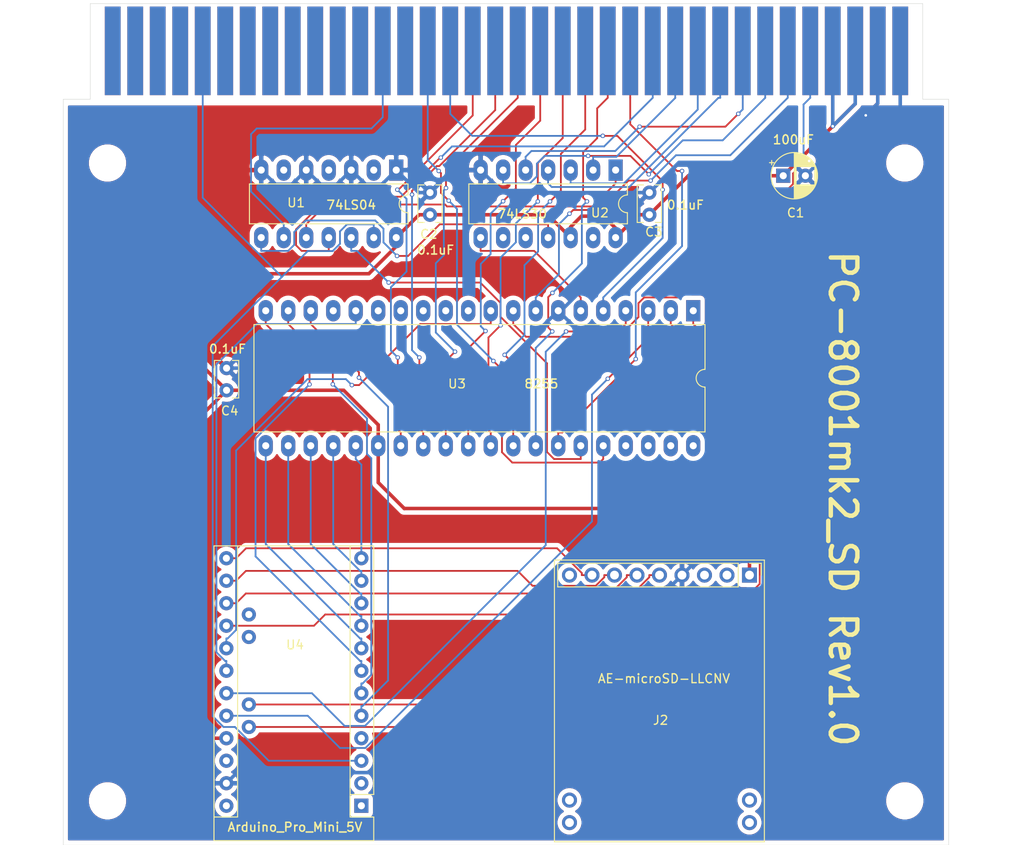
<source format=kicad_pcb>
(kicad_pcb (version 20171130) (host pcbnew "(5.1.9)-1")
  (layers (0 F.Cu signal) (31 B.Cu signal) (34 B.Paste user) (35 F.Paste user) (36 B.SilkS user hide) (37 F.SilkS user) (38 B.Mask user) (39 F.Mask user) (44 Edge.Cuts user))
  (net 0 "")
  (net 1 +5V)
  (net 2 GND)
  (net 3 "Net-(J2-Pad5)")
  (net 4 "Net-(J2-Pad6)")
  (net 5 "Net-(J2-Pad7)")
  (net 6 "Net-(J2-Pad8)")
  (net 7 "Net-(U1-Pad12)")
  (net 8 /D0)
  (net 9 /D1)
  (net 10 /D2)
  (net 11 /D3)
  (net 12 /D4)
  (net 13 /D5)
  (net 14 /D6)
  (net 15 /D7)
  (net 16 /A0)
  (net 17 /A1)
  (net 18 /A2)
  (net 19 /A3)
  (net 20 /A4)
  (net 21 /A5)
  (net 22 /A6)
  (net 23 /A7)
  (net 24 /~RD)
  (net 25 /~RESET)
  (net 26 /~WR)
  (net 27 /~IOREQ)
  (net 28 "Net-(U1-Pad8)")
  (net 29 "Net-(U2-Pad8)")
  (net 30 "Net-(U1-Pad10)")
  (net 31 "Net-(U3-Pad1)")
  (net 32 "Net-(U3-Pad21)")
  (net 33 "Net-(U3-Pad2)")
  (net 34 "Net-(U3-Pad22)")
  (net 35 "Net-(U3-Pad3)")
  (net 36 "Net-(U3-Pad23)")
  (net 37 "Net-(U3-Pad4)")
  (net 38 "Net-(U3-Pad24)")
  (net 39 "Net-(U3-Pad25)")
  (net 40 "Net-(U3-Pad10)")
  (net 41 "Net-(U3-Pad16)")
  (net 42 "Net-(U3-Pad18)")
  (net 43 "Net-(U3-Pad19)")
  (net 44 "Net-(U3-Pad20)")
  (module Capacitor_THT:C_Rect_L4.0mm_W2.5mm_P2.50mm (layer F.Cu) (at 106.07 103.595 90)
    (fp_text reference C4 (at -2.323 0.356 unlocked) (layer F.SilkS))
    (fp_text value 0.1uF (at 4.662 0.102 unlocked) (layer F.SilkS))
    (pad 1 thru_hole circle (at 0 0 90) (size 1.6 1.6) (drill 0.8) (layers *.Cu *.Mask) (net 1 +5V))
    (pad 2 thru_hole circle (at 2.5 0 90) (size 1.6 1.6) (drill 0.8) (layers *.Cu *.Mask) (net 2 GND))
  )
  (module Package_DIP:DIP-40_W15.24mm_LongPads (layer F.Cu) (at 158.75 94.615 270)
    (fp_text reference U3 (at 8.255 26.67 unlocked) (layer F.SilkS))
    (fp_text value 8255 (at 8.255 17.145 unlocked) (layer F.SilkS))
    (pad 1 thru_hole rect (at 0 0 270) (size 2.4 1.6) (drill 0.8) (layers *.Cu *.Mask) (net 31 "Net-(U3-Pad1)"))
    (pad 21 thru_hole oval (at 15.24 48.26 270) (size 2.4 1.6) (drill 0.8) (layers *.Cu *.Mask) (net 32 "Net-(U3-Pad21)"))
    (pad 2 thru_hole oval (at 0 2.54 270) (size 2.4 1.6) (drill 0.8) (layers *.Cu *.Mask) (net 33 "Net-(U3-Pad2)"))
    (pad 22 thru_hole oval (at 15.24 45.72 270) (size 2.4 1.6) (drill 0.8) (layers *.Cu *.Mask) (net 34 "Net-(U3-Pad22)"))
    (pad 3 thru_hole oval (at 0 5.08 270) (size 2.4 1.6) (drill 0.8) (layers *.Cu *.Mask) (net 35 "Net-(U3-Pad3)"))
    (pad 23 thru_hole oval (at 15.24 43.18 270) (size 2.4 1.6) (drill 0.8) (layers *.Cu *.Mask) (net 36 "Net-(U3-Pad23)"))
    (pad 4 thru_hole oval (at 0 7.62 270) (size 2.4 1.6) (drill 0.8) (layers *.Cu *.Mask) (net 37 "Net-(U3-Pad4)"))
    (pad 24 thru_hole oval (at 15.24 40.64 270) (size 2.4 1.6) (drill 0.8) (layers *.Cu *.Mask) (net 38 "Net-(U3-Pad24)"))
    (pad 5 thru_hole oval (at 0 10.16 270) (size 2.4 1.6) (drill 0.8) (layers *.Cu *.Mask) (net 24 /~RD))
    (pad 25 thru_hole oval (at 15.24 38.1 270) (size 2.4 1.6) (drill 0.8) (layers *.Cu *.Mask) (net 39 "Net-(U3-Pad25)"))
    (pad 6 thru_hole oval (at 0 12.7 270) (size 2.4 1.6) (drill 0.8) (layers *.Cu *.Mask) (net 29 "Net-(U2-Pad8)"))
    (pad 26 thru_hole oval (at 15.24 35.56 270) (size 2.4 1.6) (drill 0.8) (layers *.Cu *.Mask) (net 1 +5V))
    (pad 7 thru_hole oval (at 0 15.24 270) (size 2.4 1.6) (drill 0.8) (layers *.Cu *.Mask) (net 2 GND))
    (pad 27 thru_hole oval (at 15.24 33.02 270) (size 2.4 1.6) (drill 0.8) (layers *.Cu *.Mask) (net 15 /D7))
    (pad 8 thru_hole oval (at 0 17.78 270) (size 2.4 1.6) (drill 0.8) (layers *.Cu *.Mask) (net 17 /A1))
    (pad 28 thru_hole oval (at 15.24 30.48 270) (size 2.4 1.6) (drill 0.8) (layers *.Cu *.Mask) (net 14 /D6))
    (pad 9 thru_hole oval (at 0 20.32 270) (size 2.4 1.6) (drill 0.8) (layers *.Cu *.Mask) (net 16 /A0))
    (pad 29 thru_hole oval (at 15.24 27.94 270) (size 2.4 1.6) (drill 0.8) (layers *.Cu *.Mask) (net 13 /D5))
    (pad 10 thru_hole oval (at 0 22.86 270) (size 2.4 1.6) (drill 0.8) (layers *.Cu *.Mask) (net 40 "Net-(U3-Pad10)"))
    (pad 30 thru_hole oval (at 15.24 25.4 270) (size 2.4 1.6) (drill 0.8) (layers *.Cu *.Mask) (net 12 /D4))
    (pad 11 thru_hole oval (at 0 25.4 270) (size 2.4 1.6) (drill 0.8) (layers *.Cu *.Mask))
    (pad 31 thru_hole oval (at 15.24 22.86 270) (size 2.4 1.6) (drill 0.8) (layers *.Cu *.Mask) (net 11 /D3))
    (pad 12 thru_hole oval (at 0 27.94 270) (size 2.4 1.6) (drill 0.8) (layers *.Cu *.Mask))
    (pad 32 thru_hole oval (at 15.24 20.32 270) (size 2.4 1.6) (drill 0.8) (layers *.Cu *.Mask) (net 10 /D2))
    (pad 13 thru_hole oval (at 0 30.48 270) (size 2.4 1.6) (drill 0.8) (layers *.Cu *.Mask))
    (pad 33 thru_hole oval (at 15.24 17.78 270) (size 2.4 1.6) (drill 0.8) (layers *.Cu *.Mask) (net 9 /D1))
    (pad 14 thru_hole oval (at 0 33.02 270) (size 2.4 1.6) (drill 0.8) (layers *.Cu *.Mask))
    (pad 34 thru_hole oval (at 15.24 15.24 270) (size 2.4 1.6) (drill 0.8) (layers *.Cu *.Mask) (net 8 /D0))
    (pad 15 thru_hole oval (at 0 35.56 270) (size 2.4 1.6) (drill 0.8) (layers *.Cu *.Mask))
    (pad 35 thru_hole oval (at 15.24 12.7 270) (size 2.4 1.6) (drill 0.8) (layers *.Cu *.Mask) (net 7 "Net-(U1-Pad12)"))
    (pad 16 thru_hole oval (at 0 38.1 270) (size 2.4 1.6) (drill 0.8) (layers *.Cu *.Mask) (net 41 "Net-(U3-Pad16)"))
    (pad 36 thru_hole oval (at 15.24 10.16 270) (size 2.4 1.6) (drill 0.8) (layers *.Cu *.Mask) (net 26 /~WR))
    (pad 17 thru_hole oval (at 0 40.64 270) (size 2.4 1.6) (drill 0.8) (layers *.Cu *.Mask))
    (pad 37 thru_hole oval (at 15.24 7.62 270) (size 2.4 1.6) (drill 0.8) (layers *.Cu *.Mask))
    (pad 18 thru_hole oval (at 0 43.18 270) (size 2.4 1.6) (drill 0.8) (layers *.Cu *.Mask) (net 42 "Net-(U3-Pad18)"))
    (pad 38 thru_hole oval (at 15.24 5.08 270) (size 2.4 1.6) (drill 0.8) (layers *.Cu *.Mask))
    (pad 19 thru_hole oval (at 0 45.72 270) (size 2.4 1.6) (drill 0.8) (layers *.Cu *.Mask) (net 43 "Net-(U3-Pad19)"))
    (pad 39 thru_hole oval (at 15.24 2.54 270) (size 2.4 1.6) (drill 0.8) (layers *.Cu *.Mask))
    (pad 20 thru_hole oval (at 0 48.26 270) (size 2.4 1.6) (drill 0.8) (layers *.Cu *.Mask) (net 44 "Net-(U3-Pad20)"))
    (pad 40 thru_hole oval (at 15.24 0 270) (size 2.4 1.6) (drill 0.8) (layers *.Cu *.Mask))
  )
  (module MountingHole:MountingHole_3.2mm_M3 (layer F.Cu) (at 92.63 77.94)
    (fp_text reference MH4 hide)
    (fp_text value MountingHole_3.2mm_M3 hide)
    (pad 1 np_thru_hole circle (at 0 0) (size 3.2 3.2) (drill 3.2) (layers *.Cu *.Mask))
  )
  (module MountingHole:MountingHole_3.2mm_M3 (layer F.Cu) (at 182.63 77.94)
    (fp_text reference MH3 hide)
    (fp_text value MountingHole_3.2mm_M3 hide)
    (pad 1 np_thru_hole circle (at 0 0) (size 3.2 3.2) (drill 3.2) (layers *.Cu *.Mask))
  )
  (module MountingHole:MountingHole_3.2mm_M3 (layer F.Cu) (at 182.63 149.94)
    (fp_text reference MH2 hide)
    (fp_text value MountingHole_3.2mm_M3 hide)
    (pad 1 np_thru_hole circle (at 0 0) (size 3.2 3.2) (drill 3.2) (layers *.Cu *.Mask))
  )
  (module MountingHole:MountingHole_3.2mm_M3 (layer F.Cu) (at 92.63 149.94)
    (fp_text reference MH1 hide)
    (fp_text value MountingHole_3.2mm_M3 hide)
    (pad 1 np_thru_hole circle (at 0 0) (size 3.2 3.2) (drill 3.2) (layers *.Cu *.Mask))
  )
  (module Capacitor_THT:CP_Radial_D5.0mm_P2.50mm (layer F.Cu) (at 168.91 79.375)
    (fp_text reference C1 (at 1.397 4.191) (layer F.SilkS))
    (fp_text value 100uF (at 1.143 -4.064) (layer F.SilkS))
    (pad 1 thru_hole rect (at 0 0) (size 1.6 1.6) (drill 0.8) (layers *.Cu *.Mask) (net 1 +5V))
    (pad 2 thru_hole circle (at 2.5 0) (size 1.6 1.6) (drill 0.8) (layers *.Cu *.Mask) (net 2 GND))
  )
  (module Capacitor_THT:C_Rect_L4.0mm_W2.5mm_P2.50mm (layer F.Cu) (at 129.032 81.28 270)
    (fp_text reference C2 (at 4.699 0.127 unlocked) (layer F.SilkS))
    (fp_text value 0.1uF (at 6.477 -0.635) (layer F.SilkS))
    (pad 1 thru_hole circle (at 0 0 270) (size 1.6 1.6) (drill 0.8) (layers *.Cu *.Mask) (net 2 GND))
    (pad 2 thru_hole circle (at 2.5 0 270) (size 1.6 1.6) (drill 0.8) (layers *.Cu *.Mask) (net 1 +5V))
  )
  (module Capacitor_THT:C_Rect_L4.0mm_W2.5mm_P2.50mm (layer F.Cu) (at 153.797 81.28 270)
    (fp_text reference C3 (at 4.445 -0.508 unlocked) (layer F.SilkS))
    (fp_text value 0.1uF (at 1.397 -4.064) (layer F.SilkS))
    (pad 2 thru_hole circle (at 2.5 0 270) (size 1.6 1.6) (drill 0.8) (layers *.Cu *.Mask) (net 1 +5V))
    (pad 1 thru_hole circle (at 0 0 270) (size 1.6 1.6) (drill 0.8) (layers *.Cu *.Mask) (net 2 GND))
  )
  (module Package_DIP:DIP-14_W7.62mm_LongPads (layer F.Cu) (at 149.987 78.74 270)
    (fp_text reference U2 (at 4.826 1.778 unlocked) (layer F.SilkS))
    (fp_text value 74LS30 (at 4.953 10.541) (layer F.SilkS))
    (pad 1 thru_hole rect (at 0 0 270) (size 2.4 1.6) (drill 0.8) (layers *.Cu *.Mask) (net 30 "Net-(U1-Pad10)"))
    (pad 8 thru_hole oval (at 7.62 15.24 270) (size 2.4 1.6) (drill 0.8) (layers *.Cu *.Mask) (net 29 "Net-(U2-Pad8)"))
    (pad 2 thru_hole oval (at 0 2.54 270) (size 2.4 1.6) (drill 0.8) (layers *.Cu *.Mask) (net 22 /A6))
    (pad 9 thru_hole oval (at 7.62 12.7 270) (size 2.4 1.6) (drill 0.8) (layers *.Cu *.Mask))
    (pad 3 thru_hole oval (at 0 5.08 270) (size 2.4 1.6) (drill 0.8) (layers *.Cu *.Mask) (net 21 /A5))
    (pad 10 thru_hole oval (at 7.62 10.16 270) (size 2.4 1.6) (drill 0.8) (layers *.Cu *.Mask))
    (pad 4 thru_hole oval (at 0 7.62 270) (size 2.4 1.6) (drill 0.8) (layers *.Cu *.Mask) (net 20 /A4))
    (pad 11 thru_hole oval (at 7.62 7.62 270) (size 2.4 1.6) (drill 0.8) (layers *.Cu *.Mask) (net 28 "Net-(U1-Pad8)"))
    (pad 5 thru_hole oval (at 0 10.16 270) (size 2.4 1.6) (drill 0.8) (layers *.Cu *.Mask) (net 19 /A3))
    (pad 12 thru_hole oval (at 7.62 5.08 270) (size 2.4 1.6) (drill 0.8) (layers *.Cu *.Mask) (net 1 +5V))
    (pad 6 thru_hole oval (at 0 12.7 270) (size 2.4 1.6) (drill 0.8) (layers *.Cu *.Mask) (net 18 /A2))
    (pad 13 thru_hole oval (at 7.62 2.54 270) (size 2.4 1.6) (drill 0.8) (layers *.Cu *.Mask))
    (pad 7 thru_hole oval (at 0 15.24 270) (size 2.4 1.6) (drill 0.8) (layers *.Cu *.Mask) (net 2 GND))
    (pad 14 thru_hole oval (at 7.62 0 270) (size 2.4 1.6) (drill 0.8) (layers *.Cu *.Mask) (net 1 +5V))
  )
  (module pc8001mk2:BUS_PC8001MK2 (layer B.Cu) (at 93.218 66.548 180)
    (fp_text reference J1 (at -24.13 8.255) (layer B.SilkS) (effects (justify mirror)))
    (fp_text value Conn_02x36_Row_Letter_First)
    (pad a1 connect rect (at -88.9 1.27 180) (size 1.78 10) (layers B.Cu B.Mask) (net 2 GND))
    (pad a2 connect rect (at -86.36 1.27 180) (size 1.78 10) (layers B.Cu B.Mask) (net 2 GND))
    (pad a3 connect rect (at -83.82 1.27 180) (size 1.78 10) (layers B.Cu B.Mask) (net 1 +5V))
    (pad a4 connect rect (at -81.28 1.27 180) (size 1.78 10) (layers B.Cu B.Mask) (net 1 +5V))
    (pad a5 connect rect (at -78.74 1.27 180) (size 1.78 10) (layers B.Cu B.Mask) (net 16 /A0))
    (pad a6 connect rect (at -76.2 1.27 180) (size 1.78 10) (layers B.Cu B.Mask) (net 17 /A1))
    (pad a7 connect rect (at -73.66 1.27 180) (size 1.78 10) (layers B.Cu B.Mask) (net 18 /A2))
    (pad a8 connect rect (at -71.12 1.27 180) (size 1.78 10) (layers B.Cu B.Mask) (net 19 /A3))
    (pad a9 connect rect (at -68.58 1.27 180) (size 1.78 10) (layers B.Cu B.Mask) (net 20 /A4))
    (pad a10 connect rect (at -66.04 1.27 180) (size 1.78 10) (layers B.Cu B.Mask) (net 21 /A5))
    (pad a11 connect rect (at -63.5 1.27 180) (size 1.78 10) (layers B.Cu B.Mask) (net 22 /A6))
    (pad a12 connect rect (at -60.96 1.27 180) (size 1.78 10) (layers B.Cu B.Mask) (net 23 /A7))
    (pad a13 connect rect (at -58.42 1.27 180) (size 1.78 10) (layers B.Cu B.Mask))
    (pad a14 connect rect (at -55.88 1.27 180) (size 1.78 10) (layers B.Cu B.Mask))
    (pad a15 connect rect (at -53.34 1.27 180) (size 1.78 10) (layers B.Cu B.Mask))
    (pad a16 connect rect (at -50.8 1.27 180) (size 1.78 10) (layers B.Cu B.Mask))
    (pad a17 connect rect (at -48.26 1.27 180) (size 1.78 10) (layers B.Cu B.Mask))
    (pad a18 connect rect (at -45.72 1.27 180) (size 1.78 10) (layers B.Cu B.Mask))
    (pad a19 connect rect (at -43.18 1.27 180) (size 1.78 10) (layers B.Cu B.Mask))
    (pad a20 connect rect (at -40.64 1.27 180) (size 1.78 10) (layers B.Cu B.Mask))
    (pad a21 connect rect (at -38.1 1.27 180) (size 1.78 10) (layers B.Cu B.Mask) (net 24 /~RD))
    (pad a22 connect rect (at -35.56 1.27 180) (size 1.78 10) (layers B.Cu B.Mask) (net 26 /~WR))
    (pad b1 connect rect (at -88.9 1.27 180) (size 1.78 10) (layers F.Cu F.Mask) (net 2 GND))
    (pad b2 connect rect (at -86.36 1.27 180) (size 1.78 10) (layers F.Cu F.Mask) (net 2 GND))
    (pad b3 connect rect (at -83.82 1.27 180) (size 1.78 10) (layers F.Cu F.Mask) (net 1 +5V))
    (pad b4 connect rect (at -81.28 1.27 180) (size 1.78 10) (layers F.Cu F.Mask) (net 1 +5V))
    (pad b5 connect rect (at -78.74 1.27 180) (size 1.78 10) (layers F.Cu F.Mask))
    (pad b6 connect rect (at -76.2 1.27 180) (size 1.78 10) (layers F.Cu F.Mask))
    (pad b7 connect rect (at -73.66 1.27 180) (size 1.78 10) (layers F.Cu F.Mask))
    (pad b8 connect rect (at -71.12 1.27 180) (size 1.78 10) (layers F.Cu F.Mask))
    (pad b9 connect rect (at -68.58 1.27 180) (size 1.78 10) (layers F.Cu F.Mask))
    (pad b10 connect rect (at -66.04 1.27 180) (size 1.78 10) (layers F.Cu F.Mask))
    (pad b11 connect rect (at -63.5 1.27 180) (size 1.78 10) (layers F.Cu F.Mask))
    (pad b12 connect rect (at -60.96 1.27 180) (size 1.78 10) (layers F.Cu F.Mask))
    (pad b13 connect rect (at -58.42 1.27 180) (size 1.78 10) (layers F.Cu F.Mask) (net 8 /D0))
    (pad b14 connect rect (at -55.88 1.27 180) (size 1.78 10) (layers F.Cu F.Mask) (net 9 /D1))
    (pad b15 connect rect (at -53.34 1.27 180) (size 1.78 10) (layers F.Cu F.Mask) (net 10 /D2))
    (pad b16 connect rect (at -50.8 1.27 180) (size 1.78 10) (layers F.Cu F.Mask) (net 11 /D3))
    (pad b17 connect rect (at -48.26 1.27 180) (size 1.78 10) (layers F.Cu F.Mask) (net 12 /D4))
    (pad b18 connect rect (at -45.72 1.27 180) (size 1.78 10) (layers F.Cu F.Mask) (net 13 /D5))
    (pad b19 connect rect (at -43.18 1.27 180) (size 1.78 10) (layers F.Cu F.Mask) (net 14 /D6))
    (pad b20 connect rect (at -40.64 1.27 180) (size 1.78 10) (layers F.Cu F.Mask) (net 15 /D7))
    (pad b21 connect rect (at -38.1 1.27 180) (size 1.78 10) (layers F.Cu F.Mask))
    (pad b22 connect rect (at -35.56 1.27 180) (size 1.78 10) (layers F.Cu F.Mask))
    (pad b23 connect rect (at -33.02 1.27 180) (size 1.78 10) (layers F.Cu F.Mask))
    (pad b24 connect rect (at -30.48 1.27 180) (size 1.78 10) (layers F.Cu F.Mask))
    (pad b25 connect rect (at -27.94 1.27 180) (size 1.78 10) (layers F.Cu F.Mask))
    (pad b26 connect rect (at -25.4 1.27 180) (size 1.78 10) (layers F.Cu F.Mask))
    (pad b27 connect rect (at -22.86 1.27 180) (size 1.78 10) (layers F.Cu F.Mask))
    (pad b28 connect rect (at -20.32 1.27 180) (size 1.78 10) (layers F.Cu F.Mask))
    (pad b29 connect rect (at -17.78 1.27 180) (size 1.78 10) (layers F.Cu F.Mask))
    (pad b30 connect rect (at -15.24 1.27 180) (size 1.78 10) (layers F.Cu F.Mask))
    (pad b31 connect rect (at -12.7 1.27 180) (size 1.78 10) (layers F.Cu F.Mask))
    (pad b32 connect rect (at -10.16 1.27 180) (size 1.78 10) (layers F.Cu F.Mask))
    (pad b33 connect rect (at -7.62 1.27 180) (size 1.78 10) (layers F.Cu F.Mask))
    (pad b34 connect rect (at -5.08 1.27 180) (size 1.78 10) (layers F.Cu F.Mask))
    (pad b35 connect rect (at -2.54 1.27 180) (size 1.78 10) (layers F.Cu F.Mask))
    (pad b36 connect rect (at 0 1.27 180) (size 1.78 10) (layers F.Cu F.Mask))
    (pad a23 connect rect (at -33.02 1.27 180) (size 1.78 10) (layers B.Cu B.Mask))
    (pad a24 connect rect (at -30.48 1.27 180) (size 1.78 10) (layers B.Cu B.Mask) (net 27 /~IOREQ))
    (pad a25 connect rect (at -27.94 1.27 180) (size 1.78 10) (layers B.Cu B.Mask))
    (pad a26 connect rect (at -25.4 1.27 180) (size 1.78 10) (layers B.Cu B.Mask))
    (pad a27 connect rect (at -22.86 1.27 180) (size 1.78 10) (layers B.Cu B.Mask))
    (pad a28 connect rect (at -20.32 1.27 180) (size 1.78 10) (layers B.Cu B.Mask))
    (pad a29 connect rect (at -17.78 1.27 180) (size 1.78 10) (layers B.Cu B.Mask))
    (pad a30 connect rect (at -15.24 1.27 180) (size 1.78 10) (layers B.Cu B.Mask))
    (pad a31 connect rect (at -12.7 1.27 180) (size 1.78 10) (layers B.Cu B.Mask))
    (pad a32 connect rect (at -10.16 1.27 180) (size 1.78 10) (layers B.Cu B.Mask) (net 25 /~RESET))
    (pad a33 connect rect (at -7.62 1.27 180) (size 1.78 10) (layers B.Cu B.Mask))
    (pad a34 connect rect (at -5.08 1.27 180) (size 1.78 10) (layers B.Cu B.Mask))
    (pad a35 connect rect (at -2.54 1.27 180) (size 1.78 10) (layers B.Cu B.Mask))
    (pad a36 connect rect (at 0 1.27 180) (size 1.78 10) (layers B.Cu B.Mask))
  )
  (module Kicad2-2:AE-microSD-LLCNV (layer F.Cu) (at 144.78 124.46 90)
    (fp_text reference J2 (at -16.383 10.287) (layer F.SilkS))
    (fp_text value Micro_SD_Card_Kit hide)
    (fp_text user AE-microSD-LLCNV (at -11.684 10.668) (layer F.SilkS))
    (pad 1 thru_hole rect (at 0 20.32 270) (size 1.7 1.7) (drill 1) (layers *.Cu *.Mask) (net 1 +5V))
    (pad 2 thru_hole oval (at 0 17.78 270) (size 1.7 1.7) (drill 1) (layers *.Cu *.Mask))
    (pad 3 thru_hole oval (at 0 15.24 270) (size 1.7 1.7) (drill 1) (layers *.Cu *.Mask))
    (pad 4 thru_hole oval (at 0 12.7 270) (size 1.7 1.7) (drill 1) (layers *.Cu *.Mask) (net 2 GND))
    (pad 5 thru_hole oval (at 0 10.16 270) (size 1.7 1.7) (drill 1) (layers *.Cu *.Mask) (net 3 "Net-(J2-Pad5)"))
    (pad 6 thru_hole oval (at 0 7.62 270) (size 1.7 1.7) (drill 1) (layers *.Cu *.Mask) (net 4 "Net-(J2-Pad6)"))
    (pad 7 thru_hole oval (at 0 5.08 270) (size 1.7 1.7) (drill 1) (layers *.Cu *.Mask) (net 5 "Net-(J2-Pad7)"))
    (pad 8 thru_hole oval (at 0 2.54 270) (size 1.7 1.7) (drill 1) (layers *.Cu *.Mask) (net 6 "Net-(J2-Pad8)"))
    (pad 9 thru_hole oval (at 0 0 270) (size 1.7 1.7) (drill 1) (layers *.Cu *.Mask))
    (pad "" thru_hole oval (at -27.94 0 90) (size 1.7 1.7) (drill 1) (layers *.Cu *.Mask))
    (pad "" thru_hole oval (at -25.4 0 90) (size 1.7 1.7) (drill 1) (layers *.Cu *.Mask))
    (pad "" thru_hole oval (at -27.94 20.32 90) (size 1.7 1.7) (drill 1) (layers *.Cu *.Mask))
    (pad "" thru_hole oval (at -25.4 20.32 90) (size 1.7 1.7) (drill 1) (layers *.Cu *.Mask))
  )
  (module Package_DIP:DIP-14_W7.62mm_LongPads (layer F.Cu) (at 125.222 78.74 270)
    (fp_text reference U1 (at 3.683 11.303 180) (layer F.SilkS))
    (fp_text value 74LS04 (at 3.937 5.08) (layer F.SilkS))
    (pad 14 thru_hole oval (at 7.62 0 270) (size 2.4 1.6) (drill 0.8) (layers *.Cu *.Mask) (net 1 +5V))
    (pad 7 thru_hole oval (at 0 15.24 270) (size 2.4 1.6) (drill 0.8) (layers *.Cu *.Mask) (net 2 GND))
    (pad 13 thru_hole oval (at 7.62 2.54 270) (size 2.4 1.6) (drill 0.8) (layers *.Cu *.Mask) (net 25 /~RESET))
    (pad 6 thru_hole oval (at 0 12.7 270) (size 2.4 1.6) (drill 0.8) (layers *.Cu *.Mask))
    (pad 12 thru_hole oval (at 7.62 5.08 270) (size 2.4 1.6) (drill 0.8) (layers *.Cu *.Mask) (net 7 "Net-(U1-Pad12)"))
    (pad 5 thru_hole oval (at 0 10.16 270) (size 2.4 1.6) (drill 0.8) (layers *.Cu *.Mask) (net 2 GND))
    (pad 11 thru_hole oval (at 7.62 7.62 270) (size 2.4 1.6) (drill 0.8) (layers *.Cu *.Mask) (net 23 /A7))
    (pad 4 thru_hole oval (at 0 7.62 270) (size 2.4 1.6) (drill 0.8) (layers *.Cu *.Mask))
    (pad 10 thru_hole oval (at 7.62 10.16 270) (size 2.4 1.6) (drill 0.8) (layers *.Cu *.Mask) (net 30 "Net-(U1-Pad10)"))
    (pad 3 thru_hole oval (at 0 5.08 270) (size 2.4 1.6) (drill 0.8) (layers *.Cu *.Mask) (net 2 GND))
    (pad 9 thru_hole oval (at 7.62 12.7 270) (size 2.4 1.6) (drill 0.8) (layers *.Cu *.Mask) (net 27 /~IOREQ))
    (pad 2 thru_hole oval (at 0 2.54 270) (size 2.4 1.6) (drill 0.8) (layers *.Cu *.Mask))
    (pad 8 thru_hole oval (at 7.62 15.24 270) (size 2.4 1.6) (drill 0.8) (layers *.Cu *.Mask) (net 28 "Net-(U1-Pad8)"))
    (pad 1 thru_hole rect (at 0 0 270) (size 2.4 1.6) (drill 0.8) (layers *.Cu *.Mask) (net 2 GND))
  )
  (module Kicad2-2:Arduino_Pro_Mini (layer F.Cu) (at 121.285 150.495 180)
    (fp_text reference U4 (at 7.493 18.161 180) (layer F.SilkS))
    (fp_text value Arduino_Pro_Mini_5V (at 7.493 -2.413) (layer F.SilkS))
    (pad 1 thru_hole rect (at 0 0 180) (size 1.6 1.6) (drill 0.8) (layers *.Cu *.Mask))
    (pad 2 thru_hole oval (at 0 2.54 180) (size 1.6 1.6) (drill 0.8) (layers *.Cu *.Mask))
    (pad 3 thru_hole oval (at 0 5.08 180) (size 1.6 1.6) (drill 0.8) (layers *.Cu *.Mask) (net 25 /~RESET))
    (pad 13 thru_hole oval (at 15.24 27.94 180) (size 1.6 1.6) (drill 0.8) (layers *.Cu *.Mask) (net 6 "Net-(J2-Pad8)"))
    (pad 4 thru_hole oval (at 0 7.62 180) (size 1.6 1.6) (drill 0.8) (layers *.Cu *.Mask))
    (pad 14 thru_hole oval (at 15.24 25.4 180) (size 1.6 1.6) (drill 0.8) (layers *.Cu *.Mask) (net 5 "Net-(J2-Pad7)"))
    (pad 5 thru_hole oval (at 0 10.16 180) (size 1.6 1.6) (drill 0.8) (layers *.Cu *.Mask) (net 42 "Net-(U3-Pad18)"))
    (pad 15 thru_hole oval (at 15.24 22.86 180) (size 1.6 1.6) (drill 0.8) (layers *.Cu *.Mask) (net 4 "Net-(J2-Pad6)"))
    (pad 6 thru_hole oval (at 0 12.7 180) (size 1.6 1.6) (drill 0.8) (layers *.Cu *.Mask) (net 43 "Net-(U3-Pad19)"))
    (pad 16 thru_hole oval (at 15.24 20.32 180) (size 1.6 1.6) (drill 0.8) (layers *.Cu *.Mask) (net 3 "Net-(J2-Pad5)"))
    (pad 7 thru_hole oval (at 0 15.24 180) (size 1.6 1.6) (drill 0.8) (layers *.Cu *.Mask) (net 44 "Net-(U3-Pad20)"))
    (pad 17 thru_hole oval (at 15.24 17.78 180) (size 1.6 1.6) (drill 0.8) (layers *.Cu *.Mask) (net 40 "Net-(U3-Pad10)"))
    (pad 8 thru_hole oval (at 0 17.78 180) (size 1.6 1.6) (drill 0.8) (layers *.Cu *.Mask) (net 32 "Net-(U3-Pad21)"))
    (pad 18 thru_hole oval (at 15.24 15.24 180) (size 1.6 1.6) (drill 0.8) (layers *.Cu *.Mask) (net 41 "Net-(U3-Pad16)"))
    (pad 9 thru_hole oval (at 0 20.32 180) (size 1.6 1.6) (drill 0.8) (layers *.Cu *.Mask) (net 34 "Net-(U3-Pad22)"))
    (pad 19 thru_hole oval (at 15.24 12.7 180) (size 1.6 1.6) (drill 0.8) (layers *.Cu *.Mask) (net 37 "Net-(U3-Pad4)"))
    (pad 10 thru_hole oval (at 0 22.86 180) (size 1.6 1.6) (drill 0.8) (layers *.Cu *.Mask) (net 36 "Net-(U3-Pad23)"))
    (pad 20 thru_hole oval (at 15.24 10.16 180) (size 1.6 1.6) (drill 0.8) (layers *.Cu *.Mask) (net 35 "Net-(U3-Pad3)"))
    (pad 11 thru_hole oval (at 0 25.4 180) (size 1.6 1.6) (drill 0.8) (layers *.Cu *.Mask) (net 38 "Net-(U3-Pad24)"))
    (pad 21 thru_hole oval (at 15.24 7.62 180) (size 1.6 1.6) (drill 0.8) (layers *.Cu *.Mask) (net 1 +5V))
    (pad 12 thru_hole oval (at 0 27.94 180) (size 1.6 1.6) (drill 0.8) (layers *.Cu *.Mask) (net 39 "Net-(U3-Pad25)"))
    (pad 22 thru_hole oval (at 15.24 5.08 180) (size 1.6 1.6) (drill 0.8) (layers *.Cu *.Mask))
    (pad 23 thru_hole oval (at 15.24 2.54 180) (size 1.6 1.6) (drill 0.8) (layers *.Cu *.Mask) (net 2 GND))
    (pad 24 thru_hole oval (at 15.24 0 180) (size 1.6 1.6) (drill 0.8) (layers *.Cu *.Mask))
    (pad A5 thru_hole oval (at 12.7 8.89 180) (size 1.6 1.6) (drill 0.8) (layers *.Cu *.Mask) (net 31 "Net-(U3-Pad1)"))
    (pad A4 thru_hole oval (at 12.7 11.43 180) (size 1.6 1.6) (drill 0.8) (layers *.Cu *.Mask) (net 33 "Net-(U3-Pad2)"))
    (pad A7 thru_hole oval (at 12.7 19.05 180) (size 1.6 1.6) (drill 0.8) (layers *.Cu *.Mask))
    (pad A6 thru_hole oval (at 12.7 21.59 180) (size 1.6 1.6) (drill 0.8) (layers *.Cu *.Mask))
  )
  (gr_text 8255 (at 141.605 102.87) (layer F.SilkS) (effects (font (size 1 1))))
  (gr_text 74LS30 (at 139.446 83.693) (layer F.SilkS) (effects (font (size 1 1))))
  (gr_text Arduino_Pro_Mini_5V (at 113.792 152.908) (layer F.SilkS) (effects (font (size 1 1))))
  (gr_text 0.1uF (at 106.172 98.933) (layer F.SilkS) (effects (font (size 1 1))))
  (gr_text 100uF (at 170.053 75.311) (layer F.SilkS) (effects (font (size 1 1))))
  (gr_text 0.1uF (at 157.861 82.677) (layer F.SilkS) (effects (font (size 1 1))))
  (gr_text 0.1uF (at 129.667 87.757) (layer F.SilkS) (effects (font (size 1 1))))
  (gr_text 74LS04 (at 120.142 82.677) (layer F.SilkS) (effects (font (size 1 1))))
  (gr_text "PC-8001mk2_SD Rev1.0" (at 175.641 115.824 -90) (layer F.SilkS) (effects (font (size 3 3) (thickness 0.5))))
  (gr_line (start 184.658 70.739) (end 184.658 59.944) (layer Edge.Cuts) (width 0.05))
  (gr_line (start 187.579 70.739) (end 184.658 70.739) (layer Edge.Cuts) (width 0.05))
  (gr_line (start 90.678 70.739) (end 90.678 59.944) (layer Edge.Cuts) (width 0.05))
  (gr_line (start 87.63 70.739) (end 90.678 70.739) (layer Edge.Cuts) (width 0.05))
  (gr_line (start 87.63 70.739) (end 87.63 154.94) (layer Edge.Cuts) (width 0.05))
  (gr_line (start 187.579 154.94) (end 187.579 70.739) (layer Edge.Cuts) (width 0.05))
  (gr_line (start 87.63 154.94) (end 187.579 154.94) (layer Edge.Cuts) (width 0.05))
  (gr_line (start 184.658 59.944) (end 90.678 59.944) (layer Edge.Cuts) (width 0.05))
  (segment (start 174.498 67.9781) (end 174.498 69.2673) (width 0.4) (layer B.Cu) (net 1))
  (segment (start 174.498 65.278) (end 174.498 67.9781) (width 0.4) (layer B.Cu) (net 1))
  (segment (start 168.91 79.375) (end 174.498 73.787) (width 0.4) (layer F.Cu) (net 1))
  (segment (start 174.498 69.5325) (end 174.498 65.278) (width 0.4) (layer F.Cu) (net 1))
  (segment (start 106.07 103.595) (end 103.13 106.535) (width 0.4) (layer F.Cu) (net 1))
  (segment (start 103.13 106.535) (end 103.13 141.94) (width 0.4) (layer F.Cu) (net 1))
  (segment (start 103.13 141.94) (end 104.065 142.875) (width 0.4) (layer F.Cu) (net 1))
  (segment (start 104.065 142.875) (end 106.045 142.875) (width 0.4) (layer F.Cu) (net 1))
  (segment (start 123.19 109.855) (end 123.19 114) (width 0.4) (layer F.Cu) (net 1))
  (segment (start 123.19 114) (end 126.13 116.94) (width 0.4) (layer F.Cu) (net 1))
  (segment (start 126.13 116.94) (end 162.63 116.94) (width 0.4) (layer F.Cu) (net 1))
  (segment (start 162.63 116.94) (end 165.1 119.41) (width 0.4) (layer F.Cu) (net 1))
  (segment (start 165.1 119.41) (end 165.1 124.46) (width 0.4) (layer F.Cu) (net 1))
  (segment (start 106.07 103.595) (end 119.285 103.595) (width 0.4) (layer F.Cu) (net 1))
  (segment (start 119.285 103.595) (end 123.19 107.5) (width 0.4) (layer F.Cu) (net 1))
  (segment (start 123.19 107.5) (end 123.19 109.855) (width 0.4) (layer F.Cu) (net 1))
  (segment (start 125.222 86.36) (end 125.222 87.348) (width 0.4) (layer F.Cu) (net 1))
  (segment (start 125.222 87.348) (end 122.13 90.44) (width 0.4) (layer F.Cu) (net 1))
  (segment (start 122.13 90.44) (end 106.63 90.44) (width 0.4) (layer F.Cu) (net 1))
  (segment (start 106.63 90.44) (end 103.13 93.94) (width 0.4) (layer F.Cu) (net 1))
  (segment (start 103.13 93.94) (end 103.13 100.655) (width 0.4) (layer F.Cu) (net 1))
  (segment (start 103.13 100.655) (end 106.07 103.595) (width 0.4) (layer F.Cu) (net 1))
  (segment (start 129.032 83.78) (end 127.802 83.78) (width 0.4) (layer F.Cu) (net 1))
  (segment (start 127.802 83.78) (end 125.222 86.36) (width 0.4) (layer F.Cu) (net 1))
  (segment (start 144.907 86.36) (end 142.327 83.78) (width 0.4) (layer F.Cu) (net 1))
  (segment (start 142.327 83.78) (end 129.032 83.78) (width 0.4) (layer F.Cu) (net 1))
  (segment (start 149.987 86.36) (end 149.987 85.297) (width 0.4) (layer F.Cu) (net 1))
  (segment (start 149.987 85.297) (end 148.63 83.94) (width 0.4) (layer F.Cu) (net 1))
  (segment (start 148.63 83.94) (end 146.13 83.94) (width 0.4) (layer F.Cu) (net 1))
  (segment (start 146.13 83.94) (end 144.907 85.163) (width 0.4) (layer F.Cu) (net 1))
  (segment (start 144.907 85.163) (end 144.907 86.36) (width 0.4) (layer F.Cu) (net 1))
  (segment (start 153.797 83.78) (end 152.567 83.78) (width 0.4) (layer F.Cu) (net 1))
  (segment (start 152.567 83.78) (end 149.987 86.36) (width 0.4) (layer F.Cu) (net 1))
  (segment (start 168.91 79.375) (end 158.202 79.375) (width 0.4) (layer F.Cu) (net 1))
  (segment (start 158.202 79.375) (end 153.797 83.78) (width 0.4) (layer F.Cu) (net 1))
  (segment (start 174.498 72.517) (end 174.498 72.517) (width 0.4) (layer B.Cu) (net 1))
  (segment (start 174.498 65.278) (end 174.498 72.517) (width 0.4) (layer B.Cu) (net 1))
  (segment (start 174.498 65.278) (end 174.498 73.787) (width 0.4) (layer F.Cu) (net 1))
  (segment (start 177.038 71.247) (end 174.498 73.787) (width 0.4) (layer F.Cu) (net 1))
  (segment (start 177.038 65.278) (end 177.038 71.247) (width 0.4) (layer F.Cu) (net 1))
  (segment (start 174.498 73.787) (end 174.498 73.787) (width 0.4) (layer F.Cu) (net 1))
  (via (at 174.498 73.787) (size 0.5) (drill 0.3) (layers F.Cu B.Cu) (net 1))
  (segment (start 174.498 72.517) (end 174.498 73.787) (width 0.4) (layer B.Cu) (net 1))
  (segment (start 177.038 71.247) (end 174.498 73.787) (width 0.4) (layer B.Cu) (net 1))
  (segment (start 177.038 65.278) (end 177.038 71.247) (width 0.4) (layer B.Cu) (net 1))
  (segment (start 179.578 68.2425) (end 179.578 69.2673) (width 0.4) (layer B.Cu) (net 2))
  (segment (start 179.578 68.2425) (end 179.578 65.278) (width 0.4) (layer B.Cu) (net 2))
  (segment (start 180.15 65.278) (end 179.578 65.278) (width 0.4) (layer F.Cu) (net 2))
  (segment (start 157.48 124.46) (end 135.185 146.755) (width 0.4) (layer B.Cu) (net 2))
  (segment (start 135.185 146.755) (end 107.245 146.755) (width 0.4) (layer B.Cu) (net 2))
  (segment (start 107.245 146.755) (end 106.045 147.955) (width 0.4) (layer B.Cu) (net 2))
  (segment (start 143.51 94.615) (end 150.335 101.44) (width 0.4) (layer B.Cu) (net 2))
  (segment (start 150.335 101.44) (end 158.13 101.44) (width 0.4) (layer B.Cu) (net 2))
  (segment (start 158.13 101.44) (end 162.13 105.44) (width 0.4) (layer B.Cu) (net 2))
  (segment (start 162.13 105.44) (end 162.13 119.81) (width 0.4) (layer B.Cu) (net 2))
  (segment (start 162.13 119.81) (end 157.48 124.46) (width 0.4) (layer B.Cu) (net 2))
  (segment (start 143.51 94.615) (end 137.03 101.095) (width 0.4) (layer B.Cu) (net 2))
  (segment (start 137.03 101.095) (end 106.07 101.095) (width 0.4) (layer B.Cu) (net 2))
  (segment (start 153.797 81.28) (end 152.597 82.48) (width 0.4) (layer B.Cu) (net 2))
  (segment (start 152.597 82.48) (end 152.597 85.8471) (width 0.4) (layer B.Cu) (net 2))
  (segment (start 152.597 85.8471) (end 143.829 94.615) (width 0.4) (layer B.Cu) (net 2))
  (segment (start 143.829 94.615) (end 143.51 94.615) (width 0.4) (layer B.Cu) (net 2))
  (segment (start 115.062 78.74) (end 113.462 80.34) (width 0.4) (layer B.Cu) (net 2))
  (segment (start 113.462 80.34) (end 111.582 80.34) (width 0.4) (layer B.Cu) (net 2))
  (segment (start 111.582 80.34) (end 109.982 78.74) (width 0.4) (layer B.Cu) (net 2))
  (segment (start 120.142 78.74) (end 118.542 80.34) (width 0.4) (layer B.Cu) (net 2))
  (segment (start 118.542 80.34) (end 116.662 80.34) (width 0.4) (layer B.Cu) (net 2))
  (segment (start 116.662 80.34) (end 115.062 78.74) (width 0.4) (layer B.Cu) (net 2))
  (segment (start 125.222 78.74) (end 123.622 80.34) (width 0.4) (layer B.Cu) (net 2))
  (segment (start 123.622 80.34) (end 121.742 80.34) (width 0.4) (layer B.Cu) (net 2))
  (segment (start 121.742 80.34) (end 120.142 78.74) (width 0.4) (layer B.Cu) (net 2))
  (segment (start 129.032 81.28) (end 127.762 81.28) (width 0.4) (layer B.Cu) (net 2))
  (segment (start 127.762 81.28) (end 125.222 78.74) (width 0.4) (layer B.Cu) (net 2))
  (segment (start 134.747 78.74) (end 131.572 78.74) (width 0.4) (layer B.Cu) (net 2))
  (segment (start 131.572 78.74) (end 129.032 81.28) (width 0.4) (layer B.Cu) (net 2))
  (segment (start 153.797 81.28) (end 137.287 81.28) (width 0.4) (layer B.Cu) (net 2))
  (segment (start 137.287 81.28) (end 134.747 78.74) (width 0.4) (layer B.Cu) (net 2))
  (segment (start 171.41 79.375) (end 170.21 78.175) (width 0.4) (layer B.Cu) (net 2))
  (segment (start 170.21 78.175) (end 156.902 78.175) (width 0.4) (layer B.Cu) (net 2))
  (segment (start 156.902 78.175) (end 153.797 81.28) (width 0.4) (layer B.Cu) (net 2))
  (segment (start 179.578 69.723) (end 179.578 65.278) (width 0.4) (layer F.Cu) (net 2))
  (segment (start 179.578 71.207) (end 178.2245 72.5605) (width 0.4) (layer B.Cu) (net 2))
  (segment (start 179.578 65.278) (end 179.578 71.207) (width 0.4) (layer B.Cu) (net 2))
  (segment (start 178.2245 72.5605) (end 171.41 79.375) (width 0.4) (layer B.Cu) (net 2))
  (via (at 178.2245 72.5605) (size 0.5) (drill 0.3) (layers F.Cu B.Cu) (net 2))
  (segment (start 179.578 71.207) (end 178.2245 72.5605) (width 0.4) (layer F.Cu) (net 2))
  (segment (start 179.578 65.278) (end 179.578 71.207) (width 0.4) (layer F.Cu) (net 2))
  (segment (start 182.118 65.278) (end 182.118 71.755) (width 0.4) (layer B.Cu) (net 2))
  (segment (start 181.3125 72.5605) (end 178.2245 72.5605) (width 0.4) (layer B.Cu) (net 2))
  (segment (start 182.118 71.755) (end 181.3125 72.5605) (width 0.4) (layer B.Cu) (net 2))
  (segment (start 182.118 65.278) (end 182.118 71.755) (width 0.4) (layer F.Cu) (net 2))
  (segment (start 181.3125 72.5605) (end 178.2245 72.5605) (width 0.4) (layer F.Cu) (net 2))
  (segment (start 182.118 71.755) (end 181.3125 72.5605) (width 0.4) (layer F.Cu) (net 2))
  (segment (start 154.94 124.46) (end 153.7897 124.46) (width 0.2) (layer F.Cu) (net 3))
  (segment (start 106.045 130.175) (end 115.9359 130.175) (width 0.2) (layer F.Cu) (net 3))
  (segment (start 115.9359 130.175) (end 117.2059 128.905) (width 0.2) (layer F.Cu) (net 3))
  (segment (start 117.2059 128.905) (end 149.583 128.905) (width 0.2) (layer F.Cu) (net 3))
  (segment (start 149.583 128.905) (end 153.7897 124.6983) (width 0.2) (layer F.Cu) (net 3))
  (segment (start 153.7897 124.6983) (end 153.7897 124.46) (width 0.2) (layer F.Cu) (net 3))
  (segment (start 152.4 124.46) (end 151.2497 124.46) (width 0.2) (layer F.Cu) (net 4))
  (segment (start 106.045 127.635) (end 107.1453 127.635) (width 0.2) (layer F.Cu) (net 4))
  (segment (start 107.1453 127.635) (end 108.2456 126.5347) (width 0.2) (layer F.Cu) (net 4))
  (segment (start 108.2456 126.5347) (end 149.4133 126.5347) (width 0.2) (layer F.Cu) (net 4))
  (segment (start 149.4133 126.5347) (end 151.2497 124.6983) (width 0.2) (layer F.Cu) (net 4))
  (segment (start 151.2497 124.6983) (end 151.2497 124.46) (width 0.2) (layer F.Cu) (net 4))
  (segment (start 149.86 124.46) (end 148.7097 124.46) (width 0.2) (layer F.Cu) (net 5))
  (segment (start 106.045 125.095) (end 107.1453 125.095) (width 0.2) (layer F.Cu) (net 5))
  (segment (start 107.1453 125.095) (end 108.2566 123.9837) (width 0.2) (layer F.Cu) (net 5))
  (segment (start 108.2566 123.9837) (end 138.926 123.9837) (width 0.2) (layer F.Cu) (net 5))
  (segment (start 138.926 123.9837) (end 140.6088 125.6665) (width 0.2) (layer F.Cu) (net 5))
  (segment (start 140.6088 125.6665) (end 147.7415 125.6665) (width 0.2) (layer F.Cu) (net 5))
  (segment (start 147.7415 125.6665) (end 148.7097 124.6983) (width 0.2) (layer F.Cu) (net 5))
  (segment (start 148.7097 124.6983) (end 148.7097 124.46) (width 0.2) (layer F.Cu) (net 5))
  (segment (start 147.32 124.46) (end 146.1697 124.46) (width 0.2) (layer F.Cu) (net 6))
  (segment (start 106.045 122.555) (end 107.1453 122.555) (width 0.2) (layer F.Cu) (net 6))
  (segment (start 107.1453 122.555) (end 108.2685 121.4318) (width 0.2) (layer F.Cu) (net 6))
  (segment (start 108.2685 121.4318) (end 143.3798 121.4318) (width 0.2) (layer F.Cu) (net 6))
  (segment (start 143.3798 121.4318) (end 146.1697 124.2217) (width 0.2) (layer F.Cu) (net 6))
  (segment (start 146.1697 124.2217) (end 146.1697 124.46) (width 0.2) (layer F.Cu) (net 6))
  (segment (start 146.05 111.3553) (end 143.0371 111.3553) (width 0.2) (layer F.Cu) (net 7))
  (segment (start 143.0371 111.3553) (end 142.24 110.5582) (width 0.2) (layer F.Cu) (net 7))
  (segment (start 142.24 110.5582) (end 142.24 100.5494) (width 0.2) (layer F.Cu) (net 7))
  (segment (start 142.24 100.5494) (end 136.9904 95.2998) (width 0.2) (layer F.Cu) (net 7))
  (segment (start 136.9904 95.2998) (end 136.9904 93.7233) (width 0.2) (layer F.Cu) (net 7))
  (segment (start 136.9904 93.7233) (end 134.7 91.4329) (width 0.2) (layer F.Cu) (net 7))
  (segment (start 134.7 91.4329) (end 124.3681 91.4329) (width 0.2) (layer F.Cu) (net 7))
  (segment (start 120.142 86.36) (end 120.142 87.8603) (width 0.2) (layer B.Cu) (net 7))
  (segment (start 146.05 109.855) (end 146.05 111.3553) (width 0.2) (layer F.Cu) (net 7))
  (segment (start 120.142 87.8603) (end 120.7955 87.8603) (width 0.2) (layer B.Cu) (net 7))
  (segment (start 120.7955 87.8603) (end 124.3681 91.4329) (width 0.2) (layer B.Cu) (net 7))
  (via (at 124.3681 91.4329) (size 0.5) (layers F.Cu B.Cu) (net 7))
  (segment (start 151.638 70.5783) (end 151.638 73.5604) (width 0.2) (layer F.Cu) (net 8))
  (segment (start 151.638 73.5604) (end 156.9181 78.8405) (width 0.2) (layer F.Cu) (net 8))
  (segment (start 156.9181 78.8405) (end 157.4865 78.8405) (width 0.2) (layer F.Cu) (net 8))
  (segment (start 151.638 65.278) (end 151.638 70.5783) (width 0.2) (layer F.Cu) (net 8))
  (segment (start 143.51 109.855) (end 143.51 108.3547) (width 0.2) (layer F.Cu) (net 8))
  (segment (start 152.2616 100.0685) (end 143.9754 108.3547) (width 0.2) (layer F.Cu) (net 8))
  (segment (start 143.9754 108.3547) (end 143.51 108.3547) (width 0.2) (layer F.Cu) (net 8))
  (segment (start 157.4865 78.8405) (end 157.4865 87.317) (width 0.2) (layer B.Cu) (net 8))
  (segment (start 157.4865 87.317) (end 152.2616 92.5419) (width 0.2) (layer B.Cu) (net 8))
  (segment (start 152.2616 92.5419) (end 152.2616 100.0685) (width 0.2) (layer B.Cu) (net 8))
  (via (at 152.2616 100.0685) (size 0.5) (layers F.Cu B.Cu) (net 8))
  (via (at 157.4865 78.8405) (size 0.5) (layers F.Cu B.Cu) (net 8))
  (segment (start 149.098 65.278) (end 149.098 70.5783) (width 0.2) (layer F.Cu) (net 9))
  (segment (start 142.832 96.955) (end 140.97 98.817) (width 0.2) (layer B.Cu) (net 9))
  (segment (start 140.97 98.817) (end 140.97 109.855) (width 0.2) (layer B.Cu) (net 9))
  (segment (start 142.8513 92.6048) (end 142.3817 93.0744) (width 0.2) (layer F.Cu) (net 9))
  (segment (start 142.3817 93.0744) (end 142.3817 96.5047) (width 0.2) (layer F.Cu) (net 9))
  (segment (start 142.3817 96.5047) (end 142.832 96.955) (width 0.2) (layer F.Cu) (net 9))
  (segment (start 146.7492 82.2761) (end 146.177 82.8483) (width 0.2) (layer B.Cu) (net 9))
  (segment (start 146.177 82.8483) (end 146.177 89.2791) (width 0.2) (layer B.Cu) (net 9))
  (segment (start 146.177 89.2791) (end 142.8513 92.6048) (width 0.2) (layer B.Cu) (net 9))
  (segment (start 149.098 70.5783) (end 147.9077 71.7686) (width 0.2) (layer F.Cu) (net 9))
  (segment (start 147.9077 71.7686) (end 147.9077 75.1358) (width 0.2) (layer F.Cu) (net 9))
  (segment (start 147.9077 75.1358) (end 146.32 76.7235) (width 0.2) (layer F.Cu) (net 9))
  (segment (start 146.32 76.7235) (end 146.32 81.8469) (width 0.2) (layer F.Cu) (net 9))
  (segment (start 146.32 81.8469) (end 146.7492 82.2761) (width 0.2) (layer F.Cu) (net 9))
  (via (at 142.832 96.955) (size 0.5) (layers F.Cu B.Cu) (net 9))
  (via (at 142.8513 92.6048) (size 0.5) (layers F.Cu B.Cu) (net 9))
  (via (at 146.7492 82.2761) (size 0.5) (layers F.Cu B.Cu) (net 9))
  (segment (start 137.4593 99.5987) (end 138.43 100.5694) (width 0.2) (layer F.Cu) (net 10))
  (segment (start 138.43 100.5694) (end 138.43 109.855) (width 0.2) (layer F.Cu) (net 10))
  (segment (start 142.5831 82.2761) (end 141.2387 83.6205) (width 0.2) (layer B.Cu) (net 10))
  (segment (start 141.2387 83.6205) (end 141.2387 87.9366) (width 0.2) (layer B.Cu) (net 10))
  (segment (start 141.2387 87.9366) (end 139.7 89.4753) (width 0.2) (layer B.Cu) (net 10))
  (segment (start 139.7 89.4753) (end 139.7 97.358) (width 0.2) (layer B.Cu) (net 10))
  (segment (start 139.7 97.358) (end 137.4593 99.5987) (width 0.2) (layer B.Cu) (net 10))
  (segment (start 146.558 65.278) (end 146.558 74.158) (width 0.2) (layer F.Cu) (net 10))
  (segment (start 146.558 74.158) (end 143.8066 76.9094) (width 0.2) (layer F.Cu) (net 10))
  (segment (start 143.8066 76.9094) (end 143.8066 81.0526) (width 0.2) (layer F.Cu) (net 10))
  (segment (start 143.8066 81.0526) (end 142.5831 82.2761) (width 0.2) (layer F.Cu) (net 10))
  (via (at 137.4593 99.5987) (size 0.5) (layers F.Cu B.Cu) (net 10))
  (via (at 142.5831 82.2761) (size 0.5) (layers F.Cu B.Cu) (net 10))
  (segment (start 135.89 109.855) (end 135.89 108.3547) (width 0.2) (layer F.Cu) (net 11))
  (segment (start 137.0036 96.2649) (end 135.6326 97.6359) (width 0.2) (layer F.Cu) (net 11))
  (segment (start 135.6326 97.6359) (end 135.6326 108.0973) (width 0.2) (layer F.Cu) (net 11))
  (segment (start 135.6326 108.0973) (end 135.89 108.3547) (width 0.2) (layer F.Cu) (net 11))
  (segment (start 141.2041 82.2761) (end 138.7266 84.7536) (width 0.2) (layer B.Cu) (net 11))
  (segment (start 138.7266 84.7536) (end 138.7266 86.8881) (width 0.2) (layer B.Cu) (net 11))
  (segment (start 138.7266 86.8881) (end 137.0036 88.6111) (width 0.2) (layer B.Cu) (net 11))
  (segment (start 137.0036 88.6111) (end 137.0036 96.2649) (width 0.2) (layer B.Cu) (net 11))
  (segment (start 144.018 65.278) (end 144.018 75.125) (width 0.2) (layer F.Cu) (net 11))
  (segment (start 144.018 75.125) (end 141.2041 77.9389) (width 0.2) (layer F.Cu) (net 11))
  (segment (start 141.2041 77.9389) (end 141.2041 82.2761) (width 0.2) (layer F.Cu) (net 11))
  (via (at 137.0036 96.2649) (size 0.5) (layers F.Cu B.Cu) (net 11))
  (via (at 141.2041 82.2761) (size 0.5) (layers F.Cu B.Cu) (net 11))
  (segment (start 135.2988 96.9034) (end 133.35 98.8522) (width 0.2) (layer F.Cu) (net 12))
  (segment (start 133.35 98.8522) (end 133.35 108.3547) (width 0.2) (layer F.Cu) (net 12))
  (segment (start 133.35 109.855) (end 133.35 108.3547) (width 0.2) (layer F.Cu) (net 12))
  (segment (start 137.286 82.2505) (end 135.8754 83.6611) (width 0.2) (layer B.Cu) (net 12))
  (segment (start 135.8754 83.6611) (end 135.8754 88.2199) (width 0.2) (layer B.Cu) (net 12))
  (segment (start 135.8754 88.2199) (end 134.7659 89.3294) (width 0.2) (layer B.Cu) (net 12))
  (segment (start 134.7659 89.3294) (end 134.7659 96.3705) (width 0.2) (layer B.Cu) (net 12))
  (segment (start 134.7659 96.3705) (end 135.2988 96.9034) (width 0.2) (layer B.Cu) (net 12))
  (segment (start 141.478 65.278) (end 141.478 73.1579) (width 0.2) (layer F.Cu) (net 12))
  (segment (start 141.478 73.1579) (end 138.7266 75.9093) (width 0.2) (layer F.Cu) (net 12))
  (segment (start 138.7266 75.9093) (end 138.7266 80.8099) (width 0.2) (layer F.Cu) (net 12))
  (segment (start 138.7266 80.8099) (end 137.286 82.2505) (width 0.2) (layer F.Cu) (net 12))
  (via (at 135.2988 96.9034) (size 0.5) (layers F.Cu B.Cu) (net 12))
  (via (at 137.286 82.2505) (size 0.5) (layers F.Cu B.Cu) (net 12))
  (segment (start 130.8395 80.7637) (end 130.8395 78.6768) (width 0.2) (layer F.Cu) (net 13))
  (segment (start 130.8395 78.6768) (end 138.938 70.5783) (width 0.2) (layer F.Cu) (net 13))
  (segment (start 130.8395 80.7637) (end 130.5953 81.0079) (width 0.2) (layer B.Cu) (net 13))
  (segment (start 130.5953 81.0079) (end 130.5953 88.3455) (width 0.2) (layer B.Cu) (net 13))
  (segment (start 130.5953 88.3455) (end 129.6881 89.2527) (width 0.2) (layer B.Cu) (net 13))
  (segment (start 129.6881 89.2527) (end 129.6881 97.0753) (width 0.2) (layer B.Cu) (net 13))
  (segment (start 129.6881 97.0753) (end 131.8555 99.2427) (width 0.2) (layer B.Cu) (net 13))
  (segment (start 138.938 65.278) (end 138.938 70.5783) (width 0.2) (layer F.Cu) (net 13))
  (segment (start 130.81 109.855) (end 130.81 100.2882) (width 0.2) (layer F.Cu) (net 13))
  (segment (start 130.81 100.2882) (end 131.8555 99.2427) (width 0.2) (layer F.Cu) (net 13))
  (via (at 130.8395 80.7637) (size 0.5) (layers F.Cu B.Cu) (net 13))
  (via (at 131.8555 99.2427) (size 0.5) (layers F.Cu B.Cu) (net 13))
  (segment (start 136.398 70.5783) (end 136.398 71.9644) (width 0.2) (layer F.Cu) (net 14))
  (segment (start 136.398 71.9644) (end 130.0739 78.2885) (width 0.2) (layer F.Cu) (net 14))
  (segment (start 130.0739 78.2885) (end 129.7949 78.2885) (width 0.2) (layer F.Cu) (net 14))
  (segment (start 129.7949 78.2885) (end 127.0048 81.0786) (width 0.2) (layer F.Cu) (net 14))
  (segment (start 127.0048 81.0786) (end 127.0048 81.5036) (width 0.2) (layer F.Cu) (net 14))
  (segment (start 128.27 109.855) (end 128.27 108.3547) (width 0.2) (layer F.Cu) (net 14))
  (segment (start 136.398 65.278) (end 136.398 70.5783) (width 0.2) (layer F.Cu) (net 14))
  (segment (start 127.8346 99.896) (end 127.0048 99.0662) (width 0.2) (layer B.Cu) (net 14))
  (segment (start 127.0048 99.0662) (end 127.0048 81.5036) (width 0.2) (layer B.Cu) (net 14))
  (segment (start 128.27 108.3547) (end 127.8346 107.9193) (width 0.2) (layer F.Cu) (net 14))
  (segment (start 127.8346 107.9193) (end 127.8346 99.896) (width 0.2) (layer F.Cu) (net 14))
  (via (at 127.0048 81.5036) (size 0.5) (layers F.Cu B.Cu) (net 14))
  (via (at 127.8346 99.896) (size 0.5) (layers F.Cu B.Cu) (net 14))
  (segment (start 133.858 65.278) (end 133.858 72.5641) (width 0.2) (layer F.Cu) (net 15))
  (segment (start 133.858 72.5641) (end 125.4711 80.951) (width 0.2) (layer F.Cu) (net 15))
  (segment (start 125.4711 80.951) (end 125.3494 80.951) (width 0.2) (layer F.Cu) (net 15))
  (segment (start 125.3919 99.896) (end 124.6218 99.1259) (width 0.2) (layer B.Cu) (net 15))
  (segment (start 124.6218 99.1259) (end 124.6218 91.9575) (width 0.2) (layer B.Cu) (net 15))
  (segment (start 124.6218 91.9575) (end 126.3855 90.1938) (width 0.2) (layer B.Cu) (net 15))
  (segment (start 126.3855 90.1938) (end 126.3855 81.9871) (width 0.2) (layer B.Cu) (net 15))
  (segment (start 126.3855 81.9871) (end 125.3494 80.951) (width 0.2) (layer B.Cu) (net 15))
  (segment (start 125.73 109.855) (end 125.73 108.3547) (width 0.2) (layer F.Cu) (net 15))
  (segment (start 125.73 108.3547) (end 125.3919 108.0166) (width 0.2) (layer F.Cu) (net 15))
  (segment (start 125.3919 108.0166) (end 125.3919 99.896) (width 0.2) (layer F.Cu) (net 15))
  (via (at 125.3494 80.951) (size 0.5) (layers F.Cu B.Cu) (net 15))
  (via (at 125.3919 99.896) (size 0.5) (layers F.Cu B.Cu) (net 15))
  (segment (start 171.8371 77.7077) (end 171.423 77.7077) (width 0.2) (layer F.Cu) (net 16))
  (segment (start 171.423 77.7077) (end 170.0184 79.1123) (width 0.2) (layer F.Cu) (net 16))
  (segment (start 170.0184 79.1123) (end 170.0184 80.305) (width 0.2) (layer F.Cu) (net 16))
  (segment (start 170.0184 80.305) (end 157.2087 93.1147) (width 0.2) (layer F.Cu) (net 16))
  (segment (start 157.2087 93.1147) (end 153.2142 93.1147) (width 0.2) (layer F.Cu) (net 16))
  (segment (start 153.2142 93.1147) (end 152.564 93.7649) (width 0.2) (layer F.Cu) (net 16))
  (segment (start 152.564 93.7649) (end 152.564 95.3321) (width 0.2) (layer F.Cu) (net 16))
  (segment (start 152.564 95.3321) (end 150.342 97.5541) (width 0.2) (layer F.Cu) (net 16))
  (segment (start 150.342 97.5541) (end 139.8688 97.5541) (width 0.2) (layer F.Cu) (net 16))
  (segment (start 139.8688 97.5541) (end 138.43 96.1153) (width 0.2) (layer F.Cu) (net 16))
  (segment (start 138.43 94.615) (end 138.43 96.1153) (width 0.2) (layer F.Cu) (net 16))
  (segment (start 171.958 65.278) (end 171.958 70.5783) (width 0.2) (layer B.Cu) (net 16))
  (segment (start 171.958 70.5783) (end 171.2028 71.3335) (width 0.2) (layer B.Cu) (net 16))
  (segment (start 171.2028 71.3335) (end 171.2028 77.0734) (width 0.2) (layer B.Cu) (net 16))
  (segment (start 171.2028 77.0734) (end 171.8371 77.7077) (width 0.2) (layer B.Cu) (net 16))
  (via (at 171.8371 77.7077) (size 0.5) (layers F.Cu B.Cu) (net 16))
  (segment (start 169.418 65.278) (end 169.418 70.5783) (width 0.2) (layer B.Cu) (net 17))
  (segment (start 140.97 94.615) (end 140.97 93.1147) (width 0.2) (layer B.Cu) (net 17))
  (segment (start 144.7779 83.6615) (end 143.5899 84.8495) (width 0.2) (layer B.Cu) (net 17))
  (segment (start 143.5899 84.8495) (end 143.5899 90.4948) (width 0.2) (layer B.Cu) (net 17))
  (segment (start 143.5899 90.4948) (end 140.97 93.1147) (width 0.2) (layer B.Cu) (net 17))
  (segment (start 153.9384 79.9245) (end 151.442 79.9245) (width 0.2) (layer F.Cu) (net 17))
  (segment (start 151.442 79.9245) (end 148.1238 83.2427) (width 0.2) (layer F.Cu) (net 17))
  (segment (start 148.1238 83.2427) (end 145.1967 83.2427) (width 0.2) (layer F.Cu) (net 17))
  (segment (start 145.1967 83.2427) (end 144.7779 83.6615) (width 0.2) (layer F.Cu) (net 17))
  (segment (start 169.418 70.5783) (end 162.9332 77.0631) (width 0.2) (layer B.Cu) (net 17))
  (segment (start 162.9332 77.0631) (end 156.7998 77.0631) (width 0.2) (layer B.Cu) (net 17))
  (segment (start 156.7998 77.0631) (end 153.9384 79.9245) (width 0.2) (layer B.Cu) (net 17))
  (via (at 144.7779 83.6615) (size 0.5) (layers F.Cu B.Cu) (net 17))
  (via (at 153.9384 79.9245) (size 0.5) (layers F.Cu B.Cu) (net 17))
  (segment (start 166.878 65.278) (end 166.878 70.5783) (width 0.2) (layer B.Cu) (net 18))
  (segment (start 137.287 78.74) (end 137.287 80.2403) (width 0.2) (layer B.Cu) (net 18))
  (segment (start 146.8835 77.1338) (end 141.9743 77.1338) (width 0.2) (layer B.Cu) (net 18))
  (segment (start 141.9743 77.1338) (end 141.097 78.0111) (width 0.2) (layer B.Cu) (net 18))
  (segment (start 141.097 78.0111) (end 141.097 79.45) (width 0.2) (layer B.Cu) (net 18))
  (segment (start 141.097 79.45) (end 140.3067 80.2403) (width 0.2) (layer B.Cu) (net 18))
  (segment (start 140.3067 80.2403) (end 137.287 80.2403) (width 0.2) (layer B.Cu) (net 18))
  (segment (start 153.7355 79.2118) (end 151.6575 77.1338) (width 0.2) (layer F.Cu) (net 18))
  (segment (start 151.6575 77.1338) (end 146.8835 77.1338) (width 0.2) (layer F.Cu) (net 18))
  (segment (start 166.878 70.5783) (end 162.0765 75.3798) (width 0.2) (layer B.Cu) (net 18))
  (segment (start 162.0765 75.3798) (end 157.5675 75.3798) (width 0.2) (layer B.Cu) (net 18))
  (segment (start 157.5675 75.3798) (end 153.7355 79.2118) (width 0.2) (layer B.Cu) (net 18))
  (via (at 146.8835 77.1338) (size 0.5) (layers F.Cu B.Cu) (net 18))
  (via (at 153.7355 79.2118) (size 0.5) (layers F.Cu B.Cu) (net 18))
  (segment (start 152.6949 73.8391) (end 149.9505 76.5835) (width 0.2) (layer B.Cu) (net 19))
  (segment (start 149.9505 76.5835) (end 140.4832 76.5835) (width 0.2) (layer B.Cu) (net 19))
  (segment (start 140.4832 76.5835) (end 139.827 77.2397) (width 0.2) (layer B.Cu) (net 19))
  (segment (start 164.338 65.278) (end 164.338 70.5783) (width 0.2) (layer B.Cu) (net 19))
  (segment (start 139.827 78.74) (end 139.827 77.2397) (width 0.2) (layer B.Cu) (net 19))
  (segment (start 162.2427 73.8391) (end 152.6949 73.8391) (width 0.2) (layer F.Cu) (net 19))
  (via (at 152.6949 73.8391) (size 0.5) (layers F.Cu B.Cu) (net 19))
  (segment (start 164.338 70.5783) (end 164.338 71.882) (width 0.2) (layer B.Cu) (net 19))
  (segment (start 164.338 71.882) (end 163.83 72.39) (width 0.2) (layer B.Cu) (net 19))
  (segment (start 163.83 72.39) (end 163.83 72.39) (width 0.2) (layer B.Cu) (net 19))
  (via (at 163.83 72.39) (size 0.5) (drill 0.3) (layers F.Cu B.Cu) (net 19))
  (segment (start 162.3809 73.8391) (end 162.2427 73.8391) (width 0.2) (layer F.Cu) (net 19))
  (segment (start 163.83 72.39) (end 162.3809 73.8391) (width 0.2) (layer F.Cu) (net 19))
  (segment (start 161.798 70.5783) (end 161.5908 70.5783) (width 0.2) (layer B.Cu) (net 20))
  (segment (start 161.5908 70.5783) (end 151.5236 80.6455) (width 0.2) (layer B.Cu) (net 20))
  (segment (start 151.5236 80.6455) (end 142.7722 80.6455) (width 0.2) (layer B.Cu) (net 20))
  (segment (start 142.7722 80.6455) (end 142.367 80.2403) (width 0.2) (layer B.Cu) (net 20))
  (segment (start 142.367 78.74) (end 142.367 80.2403) (width 0.2) (layer B.Cu) (net 20))
  (segment (start 161.798 65.278) (end 161.798 70.5783) (width 0.2) (layer B.Cu) (net 20))
  (segment (start 159.258 65.278) (end 159.258 71.9014) (width 0.2) (layer B.Cu) (net 21))
  (segment (start 159.258 71.9014) (end 150.9191 80.2403) (width 0.2) (layer B.Cu) (net 21))
  (segment (start 150.9191 80.2403) (end 144.907 80.2403) (width 0.2) (layer B.Cu) (net 21))
  (segment (start 144.907 78.74) (end 144.907 80.2403) (width 0.2) (layer B.Cu) (net 21))
  (segment (start 147.447 77.2397) (end 150.0726 77.2397) (width 0.2) (layer B.Cu) (net 22))
  (segment (start 150.0726 77.2397) (end 156.718 70.5943) (width 0.2) (layer B.Cu) (net 22))
  (segment (start 156.718 70.5943) (end 156.718 70.5783) (width 0.2) (layer B.Cu) (net 22))
  (segment (start 147.447 78.74) (end 147.447 77.2397) (width 0.2) (layer B.Cu) (net 22))
  (segment (start 156.718 65.278) (end 156.718 70.5783) (width 0.2) (layer B.Cu) (net 22))
  (segment (start 154.178 65.278) (end 154.178 70.5783) (width 0.2) (layer B.Cu) (net 23))
  (segment (start 154.178 70.5783) (end 148.692 76.0643) (width 0.2) (layer B.Cu) (net 23))
  (segment (start 148.692 76.0643) (end 131.5198 76.0643) (width 0.2) (layer B.Cu) (net 23))
  (segment (start 131.5198 76.0643) (end 130.2551 77.329) (width 0.2) (layer B.Cu) (net 23))
  (segment (start 130.2551 77.329) (end 130.1883 77.329) (width 0.2) (layer F.Cu) (net 23))
  (segment (start 130.1883 77.329) (end 125.772 81.7453) (width 0.2) (layer F.Cu) (net 23))
  (segment (start 125.772 81.7453) (end 117.5965 81.7453) (width 0.2) (layer F.Cu) (net 23))
  (segment (start 117.5965 81.7453) (end 113.9149 85.4269) (width 0.2) (layer F.Cu) (net 23))
  (segment (start 113.9149 85.4269) (end 113.9149 87.2258) (width 0.2) (layer F.Cu) (net 23))
  (segment (start 113.9149 87.2258) (end 114.5494 87.8603) (width 0.2) (layer F.Cu) (net 23))
  (segment (start 114.5494 87.8603) (end 117.602 87.8603) (width 0.2) (layer F.Cu) (net 23))
  (segment (start 117.602 86.36) (end 117.602 87.8603) (width 0.2) (layer F.Cu) (net 23))
  (via (at 130.2551 77.329) (size 0.5) (layers F.Cu B.Cu) (net 23))
  (segment (start 155.298 80.9557) (end 155.298 79.996) (width 0.2) (layer F.Cu) (net 24))
  (segment (start 155.298 79.996) (end 150.1782 74.8762) (width 0.2) (layer F.Cu) (net 24))
  (segment (start 150.1782 74.8762) (end 148.5383 74.8762) (width 0.2) (layer F.Cu) (net 24))
  (segment (start 148.59 94.615) (end 148.59 93.1147) (width 0.2) (layer B.Cu) (net 24))
  (segment (start 155.298 80.9557) (end 155.298 86.4067) (width 0.2) (layer B.Cu) (net 24))
  (segment (start 155.298 86.4067) (end 148.59 93.1147) (width 0.2) (layer B.Cu) (net 24))
  (via (at 155.298 80.9557) (size 0.5) (layers F.Cu B.Cu) (net 24))
  (via (at 148.5383 74.8762) (size 0.5) (layers F.Cu B.Cu) (net 24))
  (segment (start 131.318 72.39) (end 133.8042 74.8762) (width 0.2) (layer B.Cu) (net 24))
  (segment (start 133.8042 74.8762) (end 148.5383 74.8762) (width 0.2) (layer B.Cu) (net 24))
  (segment (start 131.318 65.278) (end 131.318 72.39) (width 0.2) (layer B.Cu) (net 24))
  (segment (start 112.3149 90.7963) (end 115.2313 87.8799) (width 0.2) (layer B.Cu) (net 25))
  (segment (start 115.2313 87.8799) (end 118.0542 87.8799) (width 0.2) (layer B.Cu) (net 25))
  (segment (start 118.0542 87.8799) (end 118.872 87.0621) (width 0.2) (layer B.Cu) (net 25))
  (segment (start 118.872 87.0621) (end 118.872 85.6543) (width 0.2) (layer B.Cu) (net 25))
  (segment (start 118.872 85.6543) (end 119.6666 84.8597) (width 0.2) (layer B.Cu) (net 25))
  (segment (start 119.6666 84.8597) (end 122.682 84.8597) (width 0.2) (layer B.Cu) (net 25))
  (segment (start 121.285 145.415) (end 110.8269 145.415) (width 0.2) (layer B.Cu) (net 25))
  (segment (start 110.8269 145.415) (end 107.0169 141.605) (width 0.2) (layer B.Cu) (net 25))
  (segment (start 107.0169 141.605) (end 105.7217 141.605) (width 0.2) (layer B.Cu) (net 25))
  (segment (start 105.7217 141.605) (end 104.5034 140.3867) (width 0.2) (layer B.Cu) (net 25))
  (segment (start 104.5034 140.3867) (end 104.5034 98.6078) (width 0.2) (layer B.Cu) (net 25))
  (segment (start 104.5034 98.6078) (end 112.3149 90.7963) (width 0.2) (layer B.Cu) (net 25))
  (segment (start 112.3149 90.7963) (end 103.378 81.8595) (width 0.2) (layer B.Cu) (net 25))
  (segment (start 103.378 81.8595) (end 103.378 65.278) (width 0.2) (layer B.Cu) (net 25))
  (segment (start 122.682 86.36) (end 122.682 84.8597) (width 0.2) (layer B.Cu) (net 25))
  (segment (start 148.59 109.855) (end 148.59 111.3553) (width 0.2) (layer F.Cu) (net 26))
  (segment (start 136.187 100.2874) (end 137.16 101.2604) (width 0.2) (layer F.Cu) (net 26))
  (segment (start 137.16 101.2604) (end 137.16 110.5919) (width 0.2) (layer F.Cu) (net 26))
  (segment (start 137.16 110.5919) (end 138.3238 111.7557) (width 0.2) (layer F.Cu) (net 26))
  (segment (start 138.3238 111.7557) (end 148.1896 111.7557) (width 0.2) (layer F.Cu) (net 26))
  (segment (start 148.1896 111.7557) (end 148.59 111.3553) (width 0.2) (layer F.Cu) (net 26))
  (segment (start 131.1466 82.1899) (end 132.08 83.1233) (width 0.2) (layer B.Cu) (net 26))
  (segment (start 132.08 83.1233) (end 132.08 96.1804) (width 0.2) (layer B.Cu) (net 26))
  (segment (start 132.08 96.1804) (end 136.187 100.2874) (width 0.2) (layer B.Cu) (net 26))
  (segment (start 130.0228 78.8388) (end 130.2708 79.0868) (width 0.2) (layer F.Cu) (net 26))
  (segment (start 130.2708 79.0868) (end 130.2708 81.3141) (width 0.2) (layer F.Cu) (net 26))
  (segment (start 130.2708 81.3141) (end 131.1466 82.1899) (width 0.2) (layer F.Cu) (net 26))
  (segment (start 128.778 65.278) (end 128.778 77.594) (width 0.2) (layer B.Cu) (net 26))
  (segment (start 128.778 77.594) (end 130.0228 78.8388) (width 0.2) (layer B.Cu) (net 26))
  (via (at 136.187 100.2874) (size 0.5) (layers F.Cu B.Cu) (net 26))
  (via (at 131.1466 82.1899) (size 0.5) (layers F.Cu B.Cu) (net 26))
  (via (at 130.0228 78.8388) (size 0.5) (layers F.Cu B.Cu) (net 26))
  (segment (start 108.8319 81.1696) (end 112.522 84.8597) (width 0.2) (layer B.Cu) (net 27))
  (segment (start 108.8319 74.6831) (end 108.8319 81.1696) (width 0.2) (layer B.Cu) (net 27))
  (segment (start 112.522 84.8597) (end 112.522 86.36) (width 0.2) (layer B.Cu) (net 27))
  (segment (start 109.474 74.041) (end 108.8319 74.6831) (width 0.2) (layer B.Cu) (net 27))
  (segment (start 122.428 74.041) (end 109.474 74.041) (width 0.2) (layer B.Cu) (net 27))
  (segment (start 123.698 72.771) (end 122.428 74.041) (width 0.2) (layer B.Cu) (net 27))
  (segment (start 123.698 65.278) (end 123.698 72.771) (width 0.2) (layer B.Cu) (net 27))
  (segment (start 109.982 86.36) (end 109.982 87.8603) (width 0.2) (layer B.Cu) (net 28))
  (segment (start 142.367 86.36) (end 142.367 84.8597) (width 0.2) (layer F.Cu) (net 28))
  (segment (start 125.3115 88.43) (end 126.562 88.43) (width 0.2) (layer F.Cu) (net 28))
  (segment (start 126.562 88.43) (end 130.1323 84.8597) (width 0.2) (layer F.Cu) (net 28))
  (segment (start 130.1323 84.8597) (end 142.367 84.8597) (width 0.2) (layer F.Cu) (net 28))
  (segment (start 109.982 87.8603) (end 113.0206 87.8603) (width 0.2) (layer B.Cu) (net 28))
  (segment (start 113.0206 87.8603) (end 113.7056 87.1753) (width 0.2) (layer B.Cu) (net 28))
  (segment (start 113.7056 87.1753) (end 113.7056 85.7318) (width 0.2) (layer B.Cu) (net 28))
  (segment (start 113.7056 85.7318) (end 115.0079 84.4295) (width 0.2) (layer B.Cu) (net 28))
  (segment (start 115.0079 84.4295) (end 122.8521 84.4295) (width 0.2) (layer B.Cu) (net 28))
  (segment (start 122.8521 84.4295) (end 123.7824 85.3598) (width 0.2) (layer B.Cu) (net 28))
  (segment (start 123.7824 85.3598) (end 123.7824 86.9009) (width 0.2) (layer B.Cu) (net 28))
  (segment (start 123.7824 86.9009) (end 125.3115 88.43) (width 0.2) (layer B.Cu) (net 28))
  (via (at 125.3115 88.43) (size 0.5) (layers F.Cu B.Cu) (net 28))
  (segment (start 146.05 94.615) (end 146.05 93.1147) (width 0.2) (layer F.Cu) (net 29))
  (segment (start 134.747 86.36) (end 134.747 87.8603) (width 0.2) (layer F.Cu) (net 29))
  (segment (start 134.747 87.8603) (end 140.7956 87.8603) (width 0.2) (layer F.Cu) (net 29))
  (segment (start 140.7956 87.8603) (end 146.05 93.1147) (width 0.2) (layer F.Cu) (net 29))
  (segment (start 149.987 78.74) (end 149.987 80.2403) (width 0.2) (layer F.Cu) (net 30))
  (segment (start 115.062 86.36) (end 115.062 84.8597) (width 0.2) (layer F.Cu) (net 30))
  (segment (start 115.062 84.8597) (end 117.2959 82.6258) (width 0.2) (layer F.Cu) (net 30))
  (segment (start 117.2959 82.6258) (end 130.7385 82.6258) (width 0.2) (layer F.Cu) (net 30))
  (segment (start 130.7385 82.6258) (end 130.955 82.8423) (width 0.2) (layer F.Cu) (net 30))
  (segment (start 130.955 82.8423) (end 147.385 82.8423) (width 0.2) (layer F.Cu) (net 30))
  (segment (start 147.385 82.8423) (end 149.987 80.2403) (width 0.2) (layer F.Cu) (net 30))
  (segment (start 158.75 94.615) (end 158.75 96.1153) (width 0.2) (layer F.Cu) (net 31))
  (segment (start 108.585 141.605) (end 150.6677 141.605) (width 0.2) (layer F.Cu) (net 31))
  (segment (start 150.6677 141.605) (end 166.6808 125.5919) (width 0.2) (layer F.Cu) (net 31))
  (segment (start 166.6808 125.5919) (end 166.6808 104.0461) (width 0.2) (layer F.Cu) (net 31))
  (segment (start 166.6808 104.0461) (end 158.75 96.1153) (width 0.2) (layer F.Cu) (net 31))
  (segment (start 121.285 132.715) (end 121.285 131.6147) (width 0.2) (layer B.Cu) (net 32))
  (segment (start 121.285 131.6147) (end 121.1475 131.6147) (width 0.2) (layer B.Cu) (net 32))
  (segment (start 121.1475 131.6147) (end 110.49 120.9572) (width 0.2) (layer B.Cu) (net 32))
  (segment (start 110.49 120.9572) (end 110.49 109.855) (width 0.2) (layer B.Cu) (net 32))
  (segment (start 156.21 94.615) (end 156.21 96.1153) (width 0.2) (layer F.Cu) (net 33))
  (segment (start 108.585 139.065) (end 152.6415 139.065) (width 0.2) (layer F.Cu) (net 33))
  (segment (start 152.6415 139.065) (end 166.2504 125.4561) (width 0.2) (layer F.Cu) (net 33))
  (segment (start 166.2504 125.4561) (end 166.2504 106.1557) (width 0.2) (layer F.Cu) (net 33))
  (segment (start 166.2504 106.1557) (end 156.21 96.1153) (width 0.2) (layer F.Cu) (net 33))
  (segment (start 121.285 130.175) (end 121.285 129.0747) (width 0.2) (layer B.Cu) (net 34))
  (segment (start 121.285 129.0747) (end 121.1475 129.0747) (width 0.2) (layer B.Cu) (net 34))
  (segment (start 121.1475 129.0747) (end 113.03 120.9572) (width 0.2) (layer B.Cu) (net 34))
  (segment (start 113.03 120.9572) (end 113.03 109.855) (width 0.2) (layer B.Cu) (net 34))
  (segment (start 149.1048 102.2955) (end 153.67 97.7303) (width 0.2) (layer F.Cu) (net 35))
  (segment (start 153.67 97.7303) (end 153.67 94.615) (width 0.2) (layer F.Cu) (net 35))
  (segment (start 106.045 140.335) (end 115.2312 140.335) (width 0.2) (layer B.Cu) (net 35))
  (segment (start 115.2312 140.335) (end 118.8721 143.9759) (width 0.2) (layer B.Cu) (net 35))
  (segment (start 118.8721 143.9759) (end 121.7445 143.9759) (width 0.2) (layer B.Cu) (net 35))
  (segment (start 121.7445 143.9759) (end 147.32 118.4004) (width 0.2) (layer B.Cu) (net 35))
  (segment (start 147.32 118.4004) (end 147.32 104.0803) (width 0.2) (layer B.Cu) (net 35))
  (segment (start 147.32 104.0803) (end 149.1048 102.2955) (width 0.2) (layer B.Cu) (net 35))
  (via (at 149.1048 102.2955) (size 0.5) (layers F.Cu B.Cu) (net 35))
  (segment (start 121.285 127.635) (end 121.285 126.5347) (width 0.2) (layer B.Cu) (net 36))
  (segment (start 121.285 126.5347) (end 121.1475 126.5347) (width 0.2) (layer B.Cu) (net 36))
  (segment (start 121.1475 126.5347) (end 115.57 120.9572) (width 0.2) (layer B.Cu) (net 36))
  (segment (start 115.57 120.9572) (end 115.57 109.855) (width 0.2) (layer B.Cu) (net 36))
  (segment (start 151.13 94.615) (end 151.13 96.1153) (width 0.2) (layer F.Cu) (net 37))
  (segment (start 144.3902 96.955) (end 150.2903 96.955) (width 0.2) (layer F.Cu) (net 37))
  (segment (start 150.2903 96.955) (end 151.13 96.1153) (width 0.2) (layer F.Cu) (net 37))
  (segment (start 106.045 137.795) (end 115.7057 137.795) (width 0.2) (layer B.Cu) (net 37))
  (segment (start 115.7057 137.795) (end 119.396 141.4853) (width 0.2) (layer B.Cu) (net 37))
  (segment (start 119.396 141.4853) (end 121.6954 141.4853) (width 0.2) (layer B.Cu) (net 37))
  (segment (start 121.6954 141.4853) (end 142.0984 121.0823) (width 0.2) (layer B.Cu) (net 37))
  (segment (start 142.0984 121.0823) (end 142.0984 99.2468) (width 0.2) (layer B.Cu) (net 37))
  (segment (start 142.0984 99.2468) (end 144.3902 96.955) (width 0.2) (layer B.Cu) (net 37))
  (via (at 144.3902 96.955) (size 0.5) (layers F.Cu B.Cu) (net 37))
  (segment (start 121.285 125.095) (end 121.285 123.9947) (width 0.2) (layer B.Cu) (net 38))
  (segment (start 121.285 123.9947) (end 121.1475 123.9947) (width 0.2) (layer B.Cu) (net 38))
  (segment (start 121.1475 123.9947) (end 118.11 120.9572) (width 0.2) (layer B.Cu) (net 38))
  (segment (start 118.11 120.9572) (end 118.11 109.855) (width 0.2) (layer B.Cu) (net 38))
  (segment (start 120.65 109.855) (end 120.65 111.3553) (width 0.2) (layer B.Cu) (net 39))
  (segment (start 121.285 122.555) (end 121.285 111.9903) (width 0.2) (layer B.Cu) (net 39))
  (segment (start 121.285 111.9903) (end 120.65 111.3553) (width 0.2) (layer B.Cu) (net 39))
  (segment (start 106.045 132.715) (end 106.045 131.6147) (width 0.2) (layer B.Cu) (net 40))
  (segment (start 135.89 94.615) (end 135.89 96.1153) (width 0.2) (layer F.Cu) (net 40))
  (segment (start 120.2134 103.0096) (end 121.0309 103.0096) (width 0.2) (layer F.Cu) (net 40))
  (segment (start 121.0309 103.0096) (end 127.9252 96.1153) (width 0.2) (layer F.Cu) (net 40))
  (segment (start 127.9252 96.1153) (end 135.89 96.1153) (width 0.2) (layer F.Cu) (net 40))
  (segment (start 106.045 131.6147) (end 106.1827 131.6147) (width 0.2) (layer B.Cu) (net 40))
  (segment (start 106.1827 131.6147) (end 107.1453 130.6521) (width 0.2) (layer B.Cu) (net 40))
  (segment (start 107.1453 130.6521) (end 107.1453 110.4029) (width 0.2) (layer B.Cu) (net 40))
  (segment (start 107.1453 110.4029) (end 115.2144 102.3338) (width 0.2) (layer B.Cu) (net 40))
  (segment (start 115.2144 102.3338) (end 119.5376 102.3338) (width 0.2) (layer B.Cu) (net 40))
  (segment (start 119.5376 102.3338) (end 120.2134 103.0096) (width 0.2) (layer B.Cu) (net 40))
  (via (at 120.2134 103.0096) (size 0.5) (layers F.Cu B.Cu) (net 40))
  (segment (start 120.65 94.615) (end 120.65 96.1153) (width 0.2) (layer B.Cu) (net 41))
  (segment (start 106.045 135.255) (end 106.045 134.1547) (width 0.2) (layer B.Cu) (net 41))
  (segment (start 106.045 134.1547) (end 105.9075 134.1547) (width 0.2) (layer B.Cu) (net 41))
  (segment (start 105.9075 134.1547) (end 104.9235 133.1707) (width 0.2) (layer B.Cu) (net 41))
  (segment (start 104.9235 133.1707) (end 104.9235 100.6786) (width 0.2) (layer B.Cu) (net 41))
  (segment (start 104.9235 100.6786) (end 109.4868 96.1153) (width 0.2) (layer B.Cu) (net 41))
  (segment (start 109.4868 96.1153) (end 120.65 96.1153) (width 0.2) (layer B.Cu) (net 41))
  (segment (start 121.285 140.335) (end 121.285 139.2347) (width 0.2) (layer B.Cu) (net 42))
  (segment (start 115.57 94.615) (end 115.57 96.1153) (width 0.2) (layer F.Cu) (net 42))
  (segment (start 121.0152 102.1668) (end 121.0152 101.5605) (width 0.2) (layer F.Cu) (net 42))
  (segment (start 121.0152 101.5605) (end 115.57 96.1153) (width 0.2) (layer F.Cu) (net 42))
  (segment (start 121.285 139.2347) (end 121.4225 139.2347) (width 0.2) (layer B.Cu) (net 42))
  (segment (start 121.4225 139.2347) (end 124.3003 136.3569) (width 0.2) (layer B.Cu) (net 42))
  (segment (start 124.3003 136.3569) (end 124.3003 105.4519) (width 0.2) (layer B.Cu) (net 42))
  (segment (start 124.3003 105.4519) (end 121.0152 102.1668) (width 0.2) (layer B.Cu) (net 42))
  (via (at 121.0152 102.1668) (size 0.5) (layers F.Cu B.Cu) (net 42))
  (segment (start 121.285 137.795) (end 121.285 136.6947) (width 0.2) (layer B.Cu) (net 43))
  (segment (start 113.03 94.615) (end 113.03 96.1153) (width 0.2) (layer F.Cu) (net 43))
  (segment (start 118.0638 102.9205) (end 118.0638 101.1491) (width 0.2) (layer F.Cu) (net 43))
  (segment (start 118.0638 101.1491) (end 113.03 96.1153) (width 0.2) (layer F.Cu) (net 43))
  (segment (start 121.285 136.6947) (end 121.4225 136.6947) (width 0.2) (layer B.Cu) (net 43))
  (segment (start 121.4225 136.6947) (end 122.4064 135.7108) (width 0.2) (layer B.Cu) (net 43))
  (segment (start 122.4064 135.7108) (end 122.4064 111.2716) (width 0.2) (layer B.Cu) (net 43))
  (segment (start 122.4064 111.2716) (end 121.92 110.7852) (width 0.2) (layer B.Cu) (net 43))
  (segment (start 121.92 110.7852) (end 121.92 106.7767) (width 0.2) (layer B.Cu) (net 43))
  (segment (start 121.92 106.7767) (end 118.0638 102.9205) (width 0.2) (layer B.Cu) (net 43))
  (via (at 118.0638 102.9205) (size 0.5) (layers F.Cu B.Cu) (net 43))
  (segment (start 121.285 135.255) (end 121.285 134.1547) (width 0.2) (layer B.Cu) (net 44))
  (segment (start 110.49 94.615) (end 110.49 96.1153) (width 0.2) (layer F.Cu) (net 44))
  (segment (start 115.4334 102.932) (end 115.4334 101.0587) (width 0.2) (layer F.Cu) (net 44))
  (segment (start 115.4334 101.0587) (end 110.49 96.1153) (width 0.2) (layer F.Cu) (net 44))
  (segment (start 121.285 134.1547) (end 121.1475 134.1547) (width 0.2) (layer B.Cu) (net 44))
  (segment (start 121.1475 134.1547) (end 109.3412 122.3484) (width 0.2) (layer B.Cu) (net 44))
  (segment (start 109.3412 122.3484) (end 109.3412 109.0242) (width 0.2) (layer B.Cu) (net 44))
  (segment (start 109.3412 109.0242) (end 115.4334 102.932) (width 0.2) (layer B.Cu) (net 44))
  (via (at 115.4334 102.932) (size 0.5) (layers F.Cu B.Cu) (net 44))
  (zone (net 2) (net_name GND) (layer F.Cu) (connect_pads (clearance 0.508)) (min_thickness 0.254) (fill yes (arc_segments 32) (thermal_gap 0.508) (thermal_bridge_width 0.508))
    (polygon (pts (xy 187.13 154.44) (xy 88.13 154.44) (xy 88.13 71.44) (xy 187.13 71.44)))
  )
  (zone (net 2) (net_name GND) (layer B.Cu) (connect_pads (clearance 0.508)) (min_thickness 0.254) (fill yes (arc_segments 32) (thermal_gap 0.508) (thermal_bridge_width 0.508))
    (polygon (pts (xy 187.13 154.44) (xy 88.13 154.44) (xy 88.13 71.44) (xy 187.13 71.44)))
  )
)
</source>
